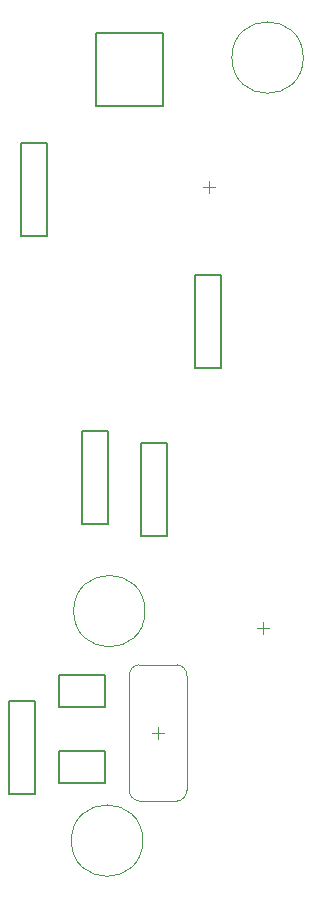
<source format=gbr>
G04*
G04 #@! TF.GenerationSoftware,Altium Limited,Altium Designer,22.4.2 (48)*
G04*
G04 Layer_Color=32768*
%FSLAX44Y44*%
%MOMM*%
G71*
G04*
G04 #@! TF.SameCoordinates,FA8E5277-3887-454B-883E-EC14CB0092E5*
G04*
G04*
G04 #@! TF.FilePolarity,Positive*
G04*
G01*
G75*
%ADD10C,0.2000*%
%ADD42C,0.1000*%
%ADD43C,0.0500*%
D10*
X733220Y528360D02*
X755220D01*
Y607460D01*
X733220D02*
X755220D01*
X733220Y528360D02*
Y607460D01*
X743380Y1079680D02*
X765380D01*
X743380Y1000580D02*
Y1079680D01*
Y1000580D02*
X765380D01*
Y1079680D01*
X775720Y602450D02*
X814720D01*
X775720D02*
Y629450D01*
X814720D01*
Y602450D02*
Y629450D01*
X775720Y537680D02*
X814720D01*
X775720D02*
Y564680D01*
X814720D01*
Y537680D02*
Y564680D01*
X807560Y1110980D02*
X863760D01*
X807560D02*
Y1172480D01*
X863760D01*
Y1110980D02*
Y1172480D01*
X890700Y888820D02*
Y967920D01*
X912700D01*
Y888820D02*
Y967920D01*
X890700Y888820D02*
X912700D01*
X844980Y825680D02*
X866980D01*
X844980Y746580D02*
Y825680D01*
Y746580D02*
X866980D01*
Y825680D01*
X795450Y836060D02*
X817450D01*
X795450Y756960D02*
Y836060D01*
Y756960D02*
X817450D01*
Y836060D01*
D42*
X859790Y575120D02*
Y585120D01*
X854790Y580120D02*
X864790D01*
X902970Y1037670D02*
Y1047670D01*
X897970Y1042670D02*
X907970D01*
X948690Y664290D02*
Y674290D01*
X943690Y669290D02*
X953690D01*
D43*
X848740Y683260D02*
G03*
X848740Y683260I-30225J0D01*
G01*
X875781Y522557D02*
G03*
X884040Y531620I-500J8750D01*
G01*
X835540Y531807D02*
G03*
X843790Y522557I8750J-500D01*
G01*
Y637870D02*
G03*
X835540Y628620I500J-8750D01*
G01*
X884040Y628807D02*
G03*
X875781Y637870I-8759J313D01*
G01*
X846835Y488950D02*
G03*
X846835Y488950I-30225J0D01*
G01*
X982725Y1151890D02*
G03*
X982725Y1151890I-30225J0D01*
G01*
X843790Y522557D02*
X875781D01*
X843790Y637870D02*
X875781D01*
X884040Y531620D02*
Y628620D01*
X835540Y531620D02*
Y628620D01*
M02*

</source>
